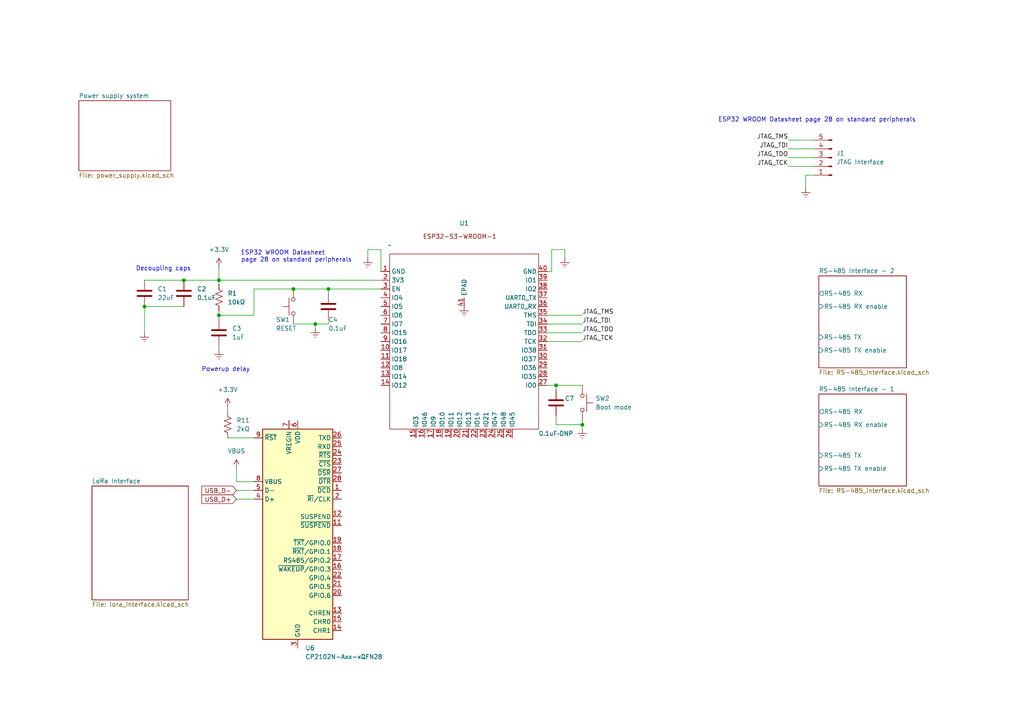
<source format=kicad_sch>
(kicad_sch (version 20230121) (generator eeschema)
  (paper "A4")
  (lib_symbols
    (symbol "Connector:Conn_01x05_Pin" (pin_names (offset 1.016) hide)
      (property "Reference" "J" (at 0 7.62 0))
      (property "Value" "Conn_01x05_Pin" (at 0 -7.62 0))
      (symbol "Conn_01x05_Pin_1_1"
        (polyline (pts (xy 1.27 -5.08) (xy 0.8636 -5.08)) (stroke (width 0.1524)))
        (polyline (pts (xy 1.27 -2.54) (xy 0.8636 -2.54)) (stroke (width 0.1524)))
        (polyline (pts (xy 1.27 0) (xy 0.8636 0)) (stroke (width 0.1524)))
        (polyline (pts (xy 1.27 2.54) (xy 0.8636 2.54)) (stroke (width 0.1524)))
        (polyline (pts (xy 1.27 5.08) (xy 0.8636 5.08)) (stroke (width 0.1524)))
        (rectangle (start 0.8636 -4.953) (end 0 -5.207) (stroke (width 0.1524)) (fill (type outline)))
        (rectangle (start 0.8636 -2.413) (end 0 -2.667) (stroke (width 0.1524)) (fill (type outline)))
        (rectangle (start 0.8636 0.127) (end 0 -0.127) (stroke (width 0.1524)) (fill (type outline)))
        (rectangle (start 0.8636 2.667) (end 0 2.413) (stroke (width 0.1524)) (fill (type outline)))
        (rectangle (start 0.8636 5.207) (end 0 4.953) (stroke (width 0.1524)) (fill (type outline)))
        (pin passive line (at 5.08 5.08 180) (length 3.81) (name "Pin_1") (number "1"))
        (pin passive line (at 5.08 2.54 180) (length 3.81) (name "Pin_2") (number "2"))
        (pin passive line (at 5.08 0 180) (length 3.81) (name "Pin_3") (number "3"))
        (pin passive line (at 5.08 -2.54 180) (length 3.81) (name "Pin_4") (number "4"))
        (pin passive line (at 5.08 -5.08 180) (length 3.81) (name "Pin_5") (number "5"))
      )
    )
    (symbol "Device:C" (pin_numbers hide) (pin_names (offset 0.254))
      (property "Reference" "C" (at 0.635 2.54 0))
      (property "Value" "C" (at 0.635 -2.54 0))
      (symbol "C_0_1"
        (polyline (pts (xy -2.032 -0.762) (xy 2.032 -0.762)) (stroke (width 0.508)))
        (polyline (pts (xy -2.032 0.762) (xy 2.032 0.762)) (stroke (width 0.508)))
      )
      (symbol "C_1_1"
        (pin passive line (at 0 3.81 270) (length 2.794) (name "~") (number "1"))
        (pin passive line (at 0 -3.81 90) (length 2.794) (name "~") (number "2"))
      )
    )
    (symbol "Device:R_US" (pin_numbers hide) (pin_names (offset 0))
      (property "Reference" "R" (at 2.54 0 90))
      (property "Value" "R_US" (at -2.54 0 90))
      (symbol "R_US_0_1"
        (polyline (pts (xy 0 -2.286) (xy 0 -2.54)))
        (polyline (pts (xy 0 2.286) (xy 0 2.54)))
        (polyline (pts (xy 0 -0.762) (xy 1.016 -1.143) (xy 0 -1.524) (xy -1.016 -1.905) (xy 0 -2.286)))
        (polyline (pts (xy 0 0.762) (xy 1.016 0.381) (xy 0 0) (xy -1.016 -0.381) (xy 0 -0.762)))
        (polyline (pts (xy 0 2.286) (xy 1.016 1.905) (xy 0 1.524) (xy -1.016 1.143) (xy 0 0.762)))
      )
      (symbol "R_US_1_1"
        (pin passive line (at 0 3.81 270) (length 1.27) (name "~") (number "1"))
        (pin passive line (at 0 -3.81 90) (length 1.27) (name "~") (number "2"))
      )
    )
    (symbol "Interface_USB:CP2102N-Axx-xQFN28"
      (property "Reference" "U" (at -8.89 31.75 0))
      (property "Value" "CP2102N-Axx-xQFN28" (at 12.7 31.75 0))
      (symbol "CP2102N-Axx-xQFN28_0_1"
        (rectangle (start -10.16 30.48) (end 10.16 -30.48) (stroke (width 0.254)) (fill (type background)))
      )
      (symbol "CP2102N-Axx-xQFN28_1_1"
        (pin input line (at 12.7 12.7 180) (length 2.54) (name "~{DCD}") (number "1"))
        (pin no_connect line (at -10.16 -27.94 0) (length 2.54) hide (name "NC") (number "10"))
        (pin output line (at 12.7 2.54 180) (length 2.54) (name "~{SUSPEND}") (number "11"))
        (pin output line (at 12.7 5.08 180) (length 2.54) (name "SUSPEND") (number "12"))
        (pin output line (at 12.7 -22.86 180) (length 2.54) (name "CHREN") (number "13"))
        (pin output line (at 12.7 -27.94 180) (length 2.54) (name "CHR1") (number "14"))
        (pin output line (at 12.7 -25.4 180) (length 2.54) (name "CHR0") (number "15"))
        (pin bidirectional line (at 12.7 -10.16 180) (length 2.54) (name "~{WAKEUP}/GPIO.3") (number "16"))
        (pin bidirectional line (at 12.7 -7.62 180) (length 2.54) (name "RS485/GPIO.2") (number "17"))
        (pin bidirectional line (at 12.7 -5.08 180) (length 2.54) (name "~{RXT}/GPIO.1") (number "18"))
        (pin bidirectional line (at 12.7 -2.54 180) (length 2.54) (name "~{TXT}/GPIO.0") (number "19"))
        (pin bidirectional line (at 12.7 10.16 180) (length 2.54) (name "~{RI}/CLK") (number "2"))
        (pin bidirectional line (at 12.7 -17.78 180) (length 2.54) (name "GPIO.6") (number "20"))
        (pin bidirectional line (at 12.7 -15.24 180) (length 2.54) (name "GPIO.5") (number "21"))
        (pin bidirectional line (at 12.7 -12.7 180) (length 2.54) (name "GPIO.4") (number "22"))
        (pin input line (at 12.7 20.32 180) (length 2.54) (name "~{CTS}") (number "23"))
        (pin output line (at 12.7 22.86 180) (length 2.54) (name "~{RTS}") (number "24"))
        (pin input line (at 12.7 25.4 180) (length 2.54) (name "RXD") (number "25"))
        (pin output line (at 12.7 27.94 180) (length 2.54) (name "TXD") (number "26"))
        (pin input line (at 12.7 17.78 180) (length 2.54) (name "~{DSR}") (number "27"))
        (pin output line (at 12.7 15.24 180) (length 2.54) (name "~{DTR}") (number "28"))
        (pin passive line (at 0 -33.02 90) (length 2.54) hide (name "GND") (number "29"))
        (pin power_in line (at 0 -33.02 90) (length 2.54) (name "GND") (number "3"))
        (pin bidirectional line (at -12.7 10.16 0) (length 2.54) (name "D+") (number "4"))
        (pin bidirectional line (at -12.7 12.7 0) (length 2.54) (name "D-") (number "5"))
        (pin power_in line (at 0 33.02 270) (length 2.54) (name "VDD") (number "6"))
        (pin power_in line (at -2.54 33.02 270) (length 2.54) (name "VREGIN") (number "7"))
        (pin input line (at -12.7 15.24 0) (length 2.54) (name "VBUS") (number "8"))
        (pin input line (at -12.7 27.94 0) (length 2.54) (name "~{RST}") (number "9"))
      )
    )
    (symbol "Switch:SW_Push" (pin_numbers hide) (pin_names (offset 1.016) hide)
      (property "Reference" "SW" (at 1.27 2.54 0))
      (property "Value" "SW_Push" (at 0 -1.524 0))
      (symbol "SW_Push_0_1"
        (circle (center -2.032 0) (radius 0.508))
        (polyline (pts (xy 0 1.27) (xy 0 3.048)))
        (polyline (pts (xy 2.54 1.27) (xy -2.54 1.27)))
        (circle (center 2.032 0) (radius 0.508))
        (pin passive line (at -5.08 0 0) (length 2.54) (name "1") (number "1"))
        (pin passive line (at 5.08 0 180) (length 2.54) (name "2") (number "2"))
      )
    )
    (symbol "esp32:ESP32-S3-WROOM-1"
      (property "Reference" "U5" (at 21.59 6.35 0))
      (property "Value" "~" (at 0 0 0))
      (symbol "ESP32-S3-WROOM-1_0_1"
        (polyline (pts (xy 0 -2.54) (xy 43.18 -2.54) (xy 43.18 -53.34) (xy 0 -53.34) (xy 0 -2.54)))
      )
      (symbol "ESP32-S3-WROOM-1_1_1"
        (text "ESP32-S3-WROOM-1" (at 20.32 2.54 0) (effects (font (size 1.27 1.27))))
        (pin power_in line (at -2.54 -7.62 0) (length 2.54) (name "GND") (number "1"))
        (pin bidirectional line (at -2.54 -30.48 0) (length 2.54) (name "IO17") (number "10"))
        (pin bidirectional line (at -2.54 -33.02 0) (length 2.54) (name "IO18") (number "11"))
        (pin bidirectional line (at -2.54 -35.56 0) (length 2.54) (name "IO8") (number "12"))
        (pin bidirectional line (at -2.54 -38.1 0) (length 2.54) (name "IO14") (number "13"))
        (pin bidirectional line (at -2.54 -40.64 0) (length 2.54) (name "IO12") (number "14"))
        (pin bidirectional line (at 7.62 -55.88 90) (length 2.54) (name "IO3") (number "15"))
        (pin bidirectional line (at 10.16 -55.88 90) (length 2.54) (name "IO46") (number "16"))
        (pin bidirectional line (at 12.7 -55.88 90) (length 2.54) (name "IO9") (number "17"))
        (pin bidirectional line (at 15.24 -55.88 90) (length 2.54) (name "IO10") (number "18"))
        (pin bidirectional line (at 17.78 -55.88 90) (length 2.54) (name "IO11") (number "19"))
        (pin power_in line (at -2.54 -10.16 0) (length 2.54) (name "3V3") (number "2"))
        (pin bidirectional line (at 20.32 -55.88 90) (length 2.54) (name "IO12") (number "20"))
        (pin bidirectional line (at 22.86 -55.88 90) (length 2.54) (name "IO13") (number "21"))
        (pin bidirectional line (at 25.4 -55.88 90) (length 2.54) (name "IO14") (number "22"))
        (pin bidirectional line (at 27.94 -55.88 90) (length 2.54) (name "IO21") (number "23"))
        (pin bidirectional line (at 30.48 -55.88 90) (length 2.54) (name "IO47") (number "24"))
        (pin bidirectional line (at 33.02 -55.88 90) (length 2.54) (name "IO48") (number "25"))
        (pin bidirectional line (at 35.56 -55.88 90) (length 2.54) (name "IO45") (number "26"))
        (pin bidirectional line (at 45.72 -40.64 180) (length 2.54) (name "IO0") (number "27"))
        (pin bidirectional line (at 45.72 -38.1 180) (length 2.54) (name "IO35") (number "28"))
        (pin bidirectional line (at 45.72 -35.56 180) (length 2.54) (name "IO36") (number "29"))
        (pin input line (at -2.54 -12.7 0) (length 2.54) (name "EN") (number "3"))
        (pin bidirectional line (at 45.72 -33.02 180) (length 2.54) (name "IO37") (number "30"))
        (pin bidirectional line (at 45.72 -30.48 180) (length 2.54) (name "IO38") (number "31"))
        (pin bidirectional line (at 45.72 -27.94 180) (length 2.54) (name "TCK") (number "32"))
        (pin bidirectional line (at 45.72 -25.4 180) (length 2.54) (name "TDO") (number "33"))
        (pin bidirectional line (at 45.72 -22.86 180) (length 2.54) (name "TDI") (number "34"))
        (pin bidirectional line (at 45.72 -20.32 180) (length 2.54) (name "TMS") (number "35"))
        (pin bidirectional line (at 45.72 -17.78 180) (length 2.54) (name "UART0_RX") (number "36"))
        (pin bidirectional line (at 45.72 -15.24 180) (length 2.54) (name "UART0_TX") (number "37"))
        (pin bidirectional line (at 45.72 -12.7 180) (length 2.54) (name "IO2") (number "38"))
        (pin bidirectional line (at 45.72 -10.16 180) (length 2.54) (name "IO1") (number "39"))
        (pin bidirectional line (at -2.54 -15.24 0) (length 2.54) (name "IO4") (number "4"))
        (pin power_in line (at 45.72 -7.62 180) (length 2.54) (name "GND") (number "40"))
        (pin power_in line (at 21.59 -17.78 90) (length 2.54) (name "EPAD") (number "41"))
        (pin bidirectional line (at -2.54 -17.78 0) (length 2.54) (name "IO5") (number "5"))
        (pin bidirectional line (at -2.54 -20.32 0) (length 2.54) (name "IO6") (number "6"))
        (pin bidirectional line (at -2.54 -22.86 0) (length 2.54) (name "IO7") (number "7"))
        (pin bidirectional line (at -2.54 -25.4 0) (length 2.54) (name "IO15") (number "8"))
        (pin bidirectional line (at -2.54 -27.94 0) (length 2.54) (name "IO16") (number "9"))
      )
    )
    (symbol "power:+3.3V" (power) (pin_names (offset 0))
      (property "Value" "+3.3V" (at 0 3.556 0))
      (symbol "+3.3V_0_1"
        (polyline (pts (xy -0.762 1.27) (xy 0 2.54)))
        (polyline (pts (xy 0 0) (xy 0 2.54)))
        (polyline (pts (xy 0 2.54) (xy 0.762 1.27)))
      )
      (symbol "+3.3V_1_1"
        (pin power_in line (at 0 0 90) (length 0) hide (name "+3.3V") (number "1"))
      )
    )
    (symbol "power:GNDREF" (power) (pin_names (offset 0))
      (property "Value" "GNDREF" (at 0 -3.81 0))
      (symbol "GNDREF_0_1"
        (polyline (pts (xy -0.635 -1.905) (xy 0.635 -1.905)))
        (polyline (pts (xy -0.127 -2.54) (xy 0.127 -2.54)))
        (polyline (pts (xy 0 -1.27) (xy 0 0)))
        (polyline (pts (xy 1.27 -1.27) (xy -1.27 -1.27)))
      )
      (symbol "GNDREF_1_1"
        (pin power_in line (at 0 0 270) (length 0) hide (name "GNDREF") (number "1"))
      )
    )
    (symbol "power:VBUS" (power) (pin_names (offset 0))
      (property "Value" "VBUS" (at 0 3.81 0))
      (symbol "VBUS_0_1"
        (polyline (pts (xy -0.762 1.27) (xy 0 2.54)))
        (polyline (pts (xy 0 0) (xy 0 2.54)))
        (polyline (pts (xy 0 2.54) (xy 0.762 1.27)))
      )
      (symbol "VBUS_1_1"
        (pin power_in line (at 0 0 90) (length 0) hide (name "VBUS") (number "1"))
      )
    )
  )
  (junction (at 53.34 81.28))
  (junction (at 161.29 111.76))
  (junction (at 85.09 83.82))
  (junction (at 95.25 83.82))
  (junction (at 168.91 123.19))
  (junction (at 41.91 88.9))
  (junction (at 91.44 93.98))
  (junction (at 63.5 81.28))
  (junction (at 63.5 91.44))
  (wire (pts (xy 91.44 93.98) (xy 91.44 95.25)))
  (wire (pts (xy 158.75 96.52) (xy 168.91 96.52)))
  (wire (pts (xy 233.68 54.61) (xy 233.68 50.8)))
  (wire (pts (xy 63.5 100.33) (xy 63.5 101.6)))
  (wire (pts (xy 66.04 127) (xy 73.66 127)))
  (wire (pts (xy 73.66 83.82) (xy 85.09 83.82)))
  (wire (pts (xy 63.5 90.17) (xy 63.5 91.44)))
  (wire (pts (xy 41.91 88.9) (xy 53.34 88.9)))
  (wire (pts (xy 228.6 43.18) (xy 236.22 43.18)))
  (wire (pts (xy 161.29 123.19) (xy 168.91 123.19)))
  (wire (pts (xy 95.25 83.82) (xy 110.49 83.82)))
  (wire (pts (xy 168.91 121.92) (xy 168.91 123.19)))
  (wire (pts (xy 63.5 77.47) (xy 63.5 81.28)))
  (wire (pts (xy 68.58 139.7) (xy 73.66 139.7)))
  (wire (pts (xy 63.5 91.44) (xy 63.5 92.71)))
  (wire (pts (xy 163.83 72.39) (xy 163.83 74.93)))
  (wire (pts (xy 158.75 93.98) (xy 168.91 93.98)))
  (wire (pts (xy 161.29 111.76) (xy 168.91 111.76)))
  (wire (pts (xy 110.49 78.74) (xy 110.49 72.39)))
  (wire (pts (xy 63.5 82.55) (xy 63.5 81.28)))
  (wire (pts (xy 158.75 111.76) (xy 161.29 111.76)))
  (wire (pts (xy 228.6 48.26) (xy 236.22 48.26)))
  (wire (pts (xy 228.6 45.72) (xy 236.22 45.72)))
  (wire (pts (xy 91.44 93.98) (xy 95.25 93.98)))
  (wire (pts (xy 63.5 91.44) (xy 73.66 91.44)))
  (wire (pts (xy 158.75 99.06) (xy 168.91 99.06)))
  (wire (pts (xy 228.6 40.64) (xy 236.22 40.64)))
  (wire (pts (xy 68.58 144.78) (xy 73.66 144.78)))
  (wire (pts (xy 106.68 72.39) (xy 106.68 74.93)))
  (wire (pts (xy 85.09 83.82) (xy 95.25 83.82)))
  (wire (pts (xy 168.91 123.19) (xy 168.91 124.46)))
  (wire (pts (xy 68.58 135.89) (xy 68.58 139.7)))
  (wire (pts (xy 73.66 91.44) (xy 73.66 83.82)))
  (wire (pts (xy 95.25 93.98) (xy 95.25 92.71)))
  (wire (pts (xy 63.5 81.28) (xy 110.49 81.28)))
  (wire (pts (xy 41.91 88.9) (xy 41.91 96.52)))
  (wire (pts (xy 160.02 78.74) (xy 160.02 72.39)))
  (wire (pts (xy 53.34 81.28) (xy 63.5 81.28)))
  (wire (pts (xy 158.75 91.44) (xy 168.91 91.44)))
  (wire (pts (xy 68.58 142.24) (xy 73.66 142.24)))
  (wire (pts (xy 161.29 111.76) (xy 161.29 113.03)))
  (wire (pts (xy 95.25 85.09) (xy 95.25 83.82)))
  (wire (pts (xy 110.49 72.39) (xy 106.68 72.39)))
  (wire (pts (xy 160.02 72.39) (xy 163.83 72.39)))
  (wire (pts (xy 85.09 93.98) (xy 91.44 93.98)))
  (wire (pts (xy 161.29 120.65) (xy 161.29 123.19)))
  (wire (pts (xy 41.91 81.28) (xy 53.34 81.28)))
  (wire (pts (xy 158.75 78.74) (xy 160.02 78.74)))
  (wire (pts (xy 66.04 118.11) (xy 66.04 119.38)))
  (wire (pts (xy 233.68 50.8) (xy 236.22 50.8)))
  (text "ESP32 WROOM Datasheet\npage 28 on standard peripherals" (at 69.85 76.2 0) (effects (font (size 1.27 1.27)) (justify left bottom)))
  (text "Decoupling caps" (at 39.37 78.74 0) (effects (font (size 1.27 1.27)) (justify left bottom)))
  (text "Powerup delay" (at 58.42 107.95 0) (effects (font (size 1.27 1.27)) (justify left bottom)))
  (text "ESP32 WROOM Datasheet page 28 on standard peripherals" (at 208.28 35.56 0) (effects (font (size 1.27 1.27)) (justify left bottom)))
  (label "JTAG_TDO" (at 228.6 45.72 180))
  (label "JTAG_TDI" (at 168.91 93.98 0))
  (label "JTAG_TMS" (at 168.91 91.44 0))
  (label "JTAG_TCK" (at 168.91 99.06 0))
  (label "JTAG_TDO" (at 168.91 96.52 0))
  (label "JTAG_TDI" (at 228.6 43.18 180))
  (label "JTAG_TCK" (at 228.6 48.26 180))
  (label "JTAG_TMS" (at 228.6 40.64 180))
  (global_label "USB_D+" (shape input) (at 68.58 144.78 180) (property "Intersheetrefs" "${INTERSHEET_REFS}" (effects hide)))
  (global_label "USB_D-" (shape input) (at 68.58 142.24 180) (property "Intersheetrefs" "${INTERSHEET_REFS}" (effects hide)))
  (symbol (lib_id "power:GNDREF") (at 168.91 124.46 0) (unit 1)
    (property "Reference" "#PWR034" (effects hide))
    (property "Value" "GNDREF" (effects hide))
  )
  (symbol (lib_id "Interface_USB:CP2102N-Axx-xQFN28") (at 86.36 154.94 0) (unit 1)
    (property "Reference" "U6" (at 88.5541 187.96 0) (effects (justify left)))
    (property "Value" "CP2102N-Axx-xQFN28" (at 88.5541 190.5 0) (effects (justify left)))
    (property "Footprint" "Package_DFN_QFN:QFN-28-1EP_5x5mm_P0.5mm_EP3.35x3.35mm" (effects hide))
    (property "Datasheet" "https://www.silabs.com/documents/public/data-sheets/cp2102n-datasheet.pdf" (effects hide))
  )
  (symbol (lib_id "power:+3.3V") (at 66.04 118.11 0) (unit 1)
    (property "Reference" "#PWR036" (effects hide))
    (property "Value" "+3.3V" (at 66.04 113.03 0))
  )
  (symbol (lib_id "power:GNDREF") (at 233.68 54.61 0) (unit 1)
    (property "Reference" "#PWR08" (effects hide))
    (property "Value" "GNDREF" (effects hide))
  )
  (symbol (lib_id "Device:C") (at 95.25 88.9 0) (unit 1)
    (property "Reference" "C4" (at 95.25 92.71 0) (effects (justify left)))
    (property "Value" "0.1uF" (at 95.25 95.25 0) (effects (justify left)))
  )
  (symbol (lib_id "esp32:ESP32-S3-WROOM-1") (at 113.03 71.12 0) (unit 1)
    (property "Reference" "U1" (at 134.62 64.77 0))
    (property "Value" "~" (at 113.03 71.12 0))
  )
  (symbol (lib_id "power:+3.3V") (at 63.5 77.47 0) (unit 1)
    (property "Reference" "#PWR02" (effects hide))
    (property "Value" "+3.3V" (at 63.5 72.39 0))
  )
  (symbol (lib_id "Connector:Conn_01x05_Pin") (at 241.3 45.72 180) (unit 1)
    (property "Reference" "J1" (at 242.57 44.45 0) (effects (justify right)))
    (property "Value" "JTAG Interface" (at 242.57 46.99 0) (effects (justify right)))
    (property "Footprint" "Connector_PinSocket_2.54mm:PinSocket_1x05_P2.54mm_Vertical" (effects hide))
  )
  (symbol (lib_id "power:GNDREF") (at 163.83 74.93 0) (unit 1)
    (property "Reference" "#PWR07" (effects hide))
    (property "Value" "GNDREF" (effects hide))
  )
  (symbol (lib_id "power:GNDREF") (at 106.68 74.93 0) (unit 1)
    (property "Reference" "#PWR05" (effects hide))
    (property "Value" "GNDREF" (effects hide))
  )
  (symbol (lib_id "Device:C") (at 63.5 96.52 0) (unit 1)
    (property "Reference" "C3" (at 67.31 95.25 0) (effects (justify left)))
    (property "Value" "1uF" (at 67.31 97.79 0) (effects (justify left)))
  )
  (symbol (lib_id "Switch:SW_Push") (at 85.09 88.9 90) (unit 1)
    (property "Reference" "SW1" (at 80.01 92.71 90) (effects (justify right)))
    (property "Value" "RESET" (at 80.01 95.25 90) (effects (justify right)))
  )
  (symbol (lib_id "Device:C") (at 41.91 85.09 0) (unit 1)
    (property "Reference" "C1" (at 45.72 83.82 0) (effects (justify left)))
    (property "Value" "22uF" (at 45.72 86.36 0) (effects (justify left)))
  )
  (symbol (lib_id "Switch:SW_Push") (at 168.91 116.84 270) (unit 1)
    (property "Reference" "SW2" (at 172.72 115.57 90) (effects (justify left)))
    (property "Value" "Boot mode" (at 172.72 118.11 90) (effects (justify left)))
  )
  (symbol (lib_id "Device:C") (at 53.34 85.09 0) (unit 1)
    (property "Reference" "C2" (at 57.15 83.82 0) (effects (justify left)))
    (property "Value" "0.1uF" (at 57.15 86.36 0) (effects (justify left)))
  )
  (symbol (lib_id "power:GNDREF") (at 41.91 96.52 0) (unit 1)
    (property "Reference" "#PWR01" (effects hide))
    (property "Value" "GNDREF" (effects hide))
  )
  (symbol (lib_id "power:GNDREF") (at 63.5 101.6 0) (unit 1)
    (property "Reference" "#PWR03" (effects hide))
    (property "Value" "GNDREF" (effects hide))
  )
  (symbol (lib_id "Device:R_US") (at 63.5 86.36 0) (unit 1)
    (property "Reference" "R1" (at 66.04 85.09 0) (effects (justify left)))
    (property "Value" "10kΩ" (at 66.04 87.63 0) (effects (justify left)))
  )
  (symbol (lib_id "power:VBUS") (at 68.58 135.89 0) (unit 1)
    (property "Reference" "#PWR035" (effects hide))
    (property "Value" "VBUS" (at 68.58 130.81 0))
  )
  (symbol (lib_id "power:GNDREF") (at 91.44 95.25 0) (unit 1)
    (property "Reference" "#PWR04" (effects hide))
    (property "Value" "GNDREF" (effects hide))
  )
  (symbol (lib_id "Device:C") (at 161.29 116.84 0) (unit 1)
    (property "Reference" "C7" (at 163.83 115.57 0) (effects (justify left)))
    (property "Value" "0.1uF–DNP" (at 156.21 125.73 0) (effects (justify left)))
  )
  (symbol (lib_id "power:GNDREF") (at 134.62 88.9 0) (unit 1)
    (property "Reference" "#PWR06" (effects hide))
    (property "Value" "GNDREF" (effects hide))
  )
  (symbol (lib_id "Device:R_US") (at 66.04 123.19 0) (unit 1)
    (property "Reference" "R11" (at 68.58 121.92 0) (effects (justify left)))
    (property "Value" "2kΩ" (at 68.58 124.46 0) (effects (justify left)))
  )
  (sheet (at 237.49 80.01) (size 25.4 26.67) (stroke (width 0.1524))
    (property "Sheetname" "RS-485 Interface - 2" (at 237.49 79.2984 0) (effects (justify left bottom)))
    (property "Sheetfile" "RS-485_interface.kicad_sch" (at 237.49 107.2646 0) (effects (justify left top)))
    (pin "RS-485 RX" output (at 237.49 85.09 180))
    (pin "RS-485 RX enable" input (at 237.49 88.9 180))
    (pin "RS-485 TX" input (at 237.49 97.79 180))
    (pin "RS-485 TX enable" input (at 237.49 101.6 180))
  )
  (sheet (at 22.86 29.21) (size 26.67 20.32) (stroke (width 0.1524))
    (property "Sheetname" "Power supply system" (at 22.86 28.4984 0) (effects (justify left bottom)))
    (property "Sheetfile" "power_supply.kicad_sch" (at 22.86 50.1146 0) (effects (justify left top)))
  )
  (sheet (at 26.67 140.97) (size 27.94 33.02) (stroke (width 0.1524))
    (property "Sheetname" "LoRa Interface" (at 26.67 140.2584 0) (effects (justify left bottom)))
    (property "Sheetfile" "lora_interface.kicad_sch" (at 26.67 174.5746 0) (effects (justify left top)))
  )
  (sheet (at 237.49 114.3) (size 25.4 26.67) (stroke (width 0.1524))
    (property "Sheetname" "RS-485 Interface - 1" (at 237.49 113.5884 0) (effects (justify left bottom)))
    (property "Sheetfile" "RS-485_interface.kicad_sch" (at 237.49 141.5546 0) (effects (justify left top)))
    (pin "RS-485 RX" output (at 237.49 119.38 180))
    (pin "RS-485 RX enable" input (at 237.49 123.19 180))
    (pin "RS-485 TX" input (at 237.49 132.08 180))
    (pin "RS-485 TX enable" input (at 237.49 135.89 180))
  )
)
</source>
